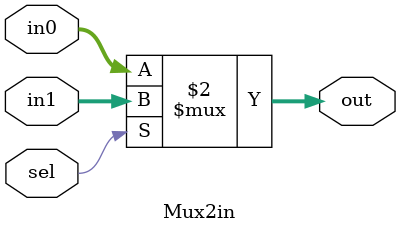
<source format=v>
module Mux2in #(parameter
	L_data = 16
)(
	output [L_data-1: 0] out,
	input [L_data-1: 0] in0, in1,
	input sel
);
assign out = sel == 1'b0 ? in0 : in1;
endmodule

</source>
